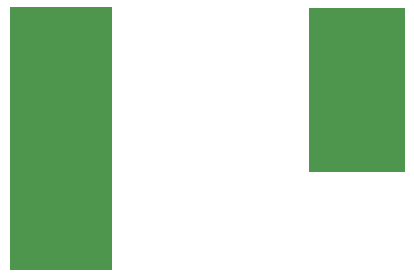
<source format=gbr>
G04 #@! TF.GenerationSoftware,KiCad,Pcbnew,9.0.1*
G04 #@! TF.CreationDate,2025-05-15T23:31:47+02:00*
G04 #@! TF.ProjectId,short flex with bend,73686f72-7420-4666-9c65-782077697468,rev?*
G04 #@! TF.SameCoordinates,Original*
G04 #@! TF.FileFunction,Other,User*
%FSLAX46Y46*%
G04 Gerber Fmt 4.6, Leading zero omitted, Abs format (unit mm)*
G04 Created by KiCad (PCBNEW 9.0.1) date 2025-05-15 23:31:47*
%MOMM*%
%LPD*%
G01*
G04 APERTURE LIST*
%ADD10C,0.100000*%
G04 APERTURE END LIST*
D10*
X156300000Y-70950000D02*
X164300000Y-70950000D01*
X164300000Y-84750000D01*
X156300000Y-84750000D01*
X156300000Y-70950000D01*
G36*
X156300000Y-70950000D02*
G01*
X164300000Y-70950000D01*
X164300000Y-84750000D01*
X156300000Y-84750000D01*
X156300000Y-70950000D01*
G37*
X131000000Y-70800000D02*
X139500000Y-70800000D01*
X139500000Y-93000000D01*
X131000000Y-93000000D01*
X131000000Y-70800000D01*
G36*
X131000000Y-70800000D02*
G01*
X139500000Y-70800000D01*
X139500000Y-93000000D01*
X131000000Y-93000000D01*
X131000000Y-70800000D01*
G37*
M02*

</source>
